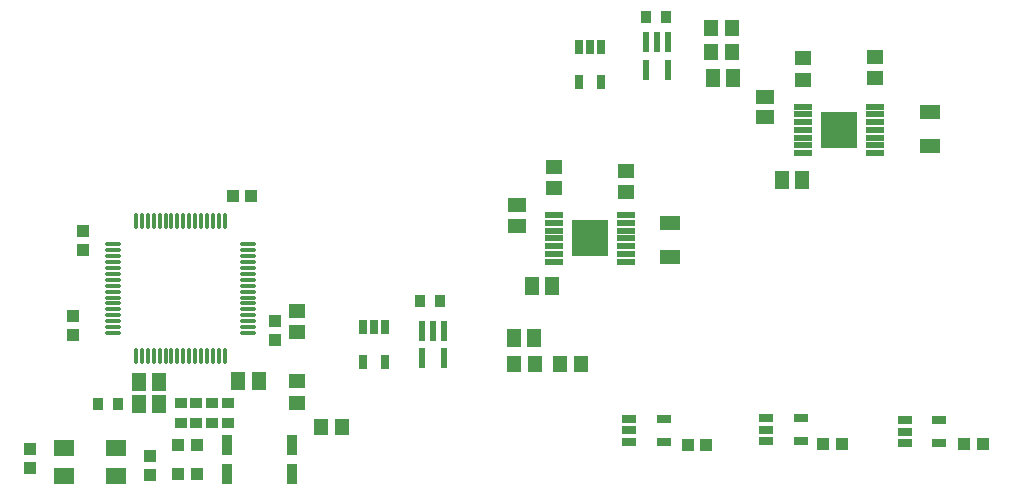
<source format=gbp>
G04*
G04 #@! TF.GenerationSoftware,Altium Limited,Altium Designer,19.0.15 (446)*
G04*
G04 Layer_Color=128*
%FSLAX44Y44*%
%MOMM*%
G71*
G01*
G75*
%ADD28R,1.0000X1.0000*%
%ADD35R,1.0000X1.0000*%
%ADD36R,1.3000X1.5000*%
%ADD37R,1.5000X1.3000*%
%ADD38R,1.4000X1.2000*%
%ADD39R,0.9000X1.0000*%
%ADD80O,1.4000X0.3000*%
%ADD81O,0.3000X1.4000*%
%ADD82R,0.8500X1.7000*%
%ADD83R,1.0000X0.9000*%
G04:AMPARAMS|DCode=84|XSize=3mm|YSize=3.1mm|CornerRadius=0.045mm|HoleSize=0mm|Usage=FLASHONLY|Rotation=0.000|XOffset=0mm|YOffset=0mm|HoleType=Round|Shape=RoundedRectangle|*
%AMROUNDEDRECTD84*
21,1,3.0000,3.0100,0,0,0.0*
21,1,2.9100,3.1000,0,0,0.0*
1,1,0.0900,1.4550,-1.5050*
1,1,0.0900,-1.4550,-1.5050*
1,1,0.0900,-1.4550,1.5050*
1,1,0.0900,1.4550,1.5050*
%
%ADD84ROUNDEDRECTD84*%
G04:AMPARAMS|DCode=85|XSize=0.45mm|YSize=1.6mm|CornerRadius=0.0495mm|HoleSize=0mm|Usage=FLASHONLY|Rotation=270.000|XOffset=0mm|YOffset=0mm|HoleType=Round|Shape=RoundedRectangle|*
%AMROUNDEDRECTD85*
21,1,0.4500,1.5010,0,0,270.0*
21,1,0.3510,1.6000,0,0,270.0*
1,1,0.0990,-0.7505,-0.1755*
1,1,0.0990,-0.7505,0.1755*
1,1,0.0990,0.7505,0.1755*
1,1,0.0990,0.7505,-0.1755*
%
%ADD85ROUNDEDRECTD85*%
%ADD86R,0.6096X1.7780*%
G04:AMPARAMS|DCode=87|XSize=0.65mm|YSize=1.2mm|CornerRadius=0.0488mm|HoleSize=0mm|Usage=FLASHONLY|Rotation=270.000|XOffset=0mm|YOffset=0mm|HoleType=Round|Shape=RoundedRectangle|*
%AMROUNDEDRECTD87*
21,1,0.6500,1.1025,0,0,270.0*
21,1,0.5525,1.2000,0,0,270.0*
1,1,0.0975,-0.5513,-0.2763*
1,1,0.0975,-0.5513,0.2763*
1,1,0.0975,0.5513,0.2763*
1,1,0.0975,0.5513,-0.2763*
%
%ADD87ROUNDEDRECTD87*%
%ADD88R,1.8000X1.4000*%
%ADD89R,1.8000X1.3000*%
%ADD90R,1.2000X1.4000*%
G04:AMPARAMS|DCode=91|XSize=0.65mm|YSize=1.2mm|CornerRadius=0.0488mm|HoleSize=0mm|Usage=FLASHONLY|Rotation=180.000|XOffset=0mm|YOffset=0mm|HoleType=Round|Shape=RoundedRectangle|*
%AMROUNDEDRECTD91*
21,1,0.6500,1.1025,0,0,180.0*
21,1,0.5525,1.2000,0,0,180.0*
1,1,0.0975,-0.2763,0.5513*
1,1,0.0975,0.2763,0.5513*
1,1,0.0975,0.2763,-0.5513*
1,1,0.0975,-0.2763,-0.5513*
%
%ADD91ROUNDEDRECTD91*%
D28*
X273250Y94250D02*
D03*
Y78250D02*
D03*
X171500Y84250D02*
D03*
Y100250D02*
D03*
X379000Y192368D02*
D03*
Y208368D02*
D03*
X216500Y284500D02*
D03*
Y268500D02*
D03*
X208000Y213000D02*
D03*
Y197000D02*
D03*
D35*
X297000Y104000D02*
D03*
X313000D02*
D03*
X297000Y79000D02*
D03*
X313000D02*
D03*
X728250Y104000D02*
D03*
X744250D02*
D03*
X843250Y104750D02*
D03*
X859250D02*
D03*
X962000Y104500D02*
D03*
X978000D02*
D03*
X359000Y314250D02*
D03*
X343000D02*
D03*
D36*
X596750Y238250D02*
D03*
X613750D02*
D03*
X766500Y414000D02*
D03*
X749500D02*
D03*
X598250Y194000D02*
D03*
X581250D02*
D03*
X365000Y158000D02*
D03*
X348000D02*
D03*
X281000Y138000D02*
D03*
X264000D02*
D03*
X280750Y156750D02*
D03*
X263750D02*
D03*
X808500Y328000D02*
D03*
X825500D02*
D03*
D37*
X794000Y381500D02*
D03*
Y398500D02*
D03*
X583500Y289500D02*
D03*
Y306500D02*
D03*
D38*
X826000Y431000D02*
D03*
Y413000D02*
D03*
X397250Y157500D02*
D03*
Y139500D02*
D03*
X887000Y432000D02*
D03*
Y414000D02*
D03*
X614750Y339000D02*
D03*
Y321000D02*
D03*
X676000Y335750D02*
D03*
Y317750D02*
D03*
X397250Y199250D02*
D03*
Y217250D02*
D03*
D39*
X693250Y466000D02*
D03*
X710250D02*
D03*
X502000Y226000D02*
D03*
X519000D02*
D03*
X229000Y138000D02*
D03*
X246000D02*
D03*
D80*
X355750Y198500D02*
D03*
Y203500D02*
D03*
Y208500D02*
D03*
Y213500D02*
D03*
Y218500D02*
D03*
Y223500D02*
D03*
Y228500D02*
D03*
Y233500D02*
D03*
Y238500D02*
D03*
Y243500D02*
D03*
Y248500D02*
D03*
Y253500D02*
D03*
Y258500D02*
D03*
Y263500D02*
D03*
Y268500D02*
D03*
Y273500D02*
D03*
X241750D02*
D03*
Y268500D02*
D03*
Y263500D02*
D03*
Y258500D02*
D03*
Y253500D02*
D03*
Y248500D02*
D03*
Y243500D02*
D03*
Y238500D02*
D03*
Y233500D02*
D03*
Y228500D02*
D03*
Y223500D02*
D03*
Y218500D02*
D03*
Y213500D02*
D03*
Y208500D02*
D03*
Y203500D02*
D03*
Y198500D02*
D03*
D81*
X336250Y293000D02*
D03*
X331250D02*
D03*
X326250D02*
D03*
X321250D02*
D03*
X316250D02*
D03*
X311250D02*
D03*
X306250D02*
D03*
X301250D02*
D03*
X296250D02*
D03*
X291250D02*
D03*
X286250D02*
D03*
X281250D02*
D03*
X276250D02*
D03*
X271250D02*
D03*
X266250D02*
D03*
X261250D02*
D03*
Y179000D02*
D03*
X266250D02*
D03*
X271250D02*
D03*
X276250D02*
D03*
X281250D02*
D03*
X286250D02*
D03*
X291250D02*
D03*
X296250D02*
D03*
X301250D02*
D03*
X306250D02*
D03*
X311250D02*
D03*
X316250D02*
D03*
X321250D02*
D03*
X326250D02*
D03*
X331250D02*
D03*
X336250D02*
D03*
D82*
X338250Y103500D02*
D03*
X393250D02*
D03*
X338250Y79000D02*
D03*
X393250D02*
D03*
D83*
X325500Y139250D02*
D03*
Y122250D02*
D03*
X312250D02*
D03*
Y139250D02*
D03*
X299000Y122250D02*
D03*
Y139250D02*
D03*
X339000Y139250D02*
D03*
Y122250D02*
D03*
D84*
X645250Y278500D02*
D03*
X856500Y370500D02*
D03*
D85*
X614750Y259000D02*
D03*
Y265500D02*
D03*
Y272000D02*
D03*
Y278500D02*
D03*
Y285000D02*
D03*
Y291500D02*
D03*
Y298000D02*
D03*
X675750Y259000D02*
D03*
Y265500D02*
D03*
Y272000D02*
D03*
Y278500D02*
D03*
Y285000D02*
D03*
Y291500D02*
D03*
Y298000D02*
D03*
X826000Y351000D02*
D03*
Y357500D02*
D03*
Y364000D02*
D03*
Y370500D02*
D03*
Y377000D02*
D03*
Y383500D02*
D03*
Y390000D02*
D03*
X887000Y351000D02*
D03*
Y357500D02*
D03*
Y364000D02*
D03*
Y370500D02*
D03*
Y377000D02*
D03*
Y383500D02*
D03*
Y390000D02*
D03*
D86*
X503000Y177000D02*
D03*
X522000D02*
D03*
Y200368D02*
D03*
X512500D02*
D03*
X503000D02*
D03*
X692750Y444934D02*
D03*
X702250D02*
D03*
X711750D02*
D03*
Y421566D02*
D03*
X692750D02*
D03*
D87*
X941500Y105500D02*
D03*
Y124500D02*
D03*
X912000D02*
D03*
Y115000D02*
D03*
Y105500D02*
D03*
X824500Y107250D02*
D03*
Y126250D02*
D03*
X795000D02*
D03*
Y116750D02*
D03*
Y107250D02*
D03*
X678750Y106500D02*
D03*
Y116000D02*
D03*
Y125500D02*
D03*
X708250D02*
D03*
Y106500D02*
D03*
D88*
X200250Y101500D02*
D03*
Y77500D02*
D03*
X244250Y101500D02*
D03*
Y77500D02*
D03*
D89*
X713750Y262500D02*
D03*
Y291500D02*
D03*
X933250Y356750D02*
D03*
Y385750D02*
D03*
D90*
X435500Y118750D02*
D03*
X417500D02*
D03*
X748250Y436000D02*
D03*
X766250D02*
D03*
X766250Y457000D02*
D03*
X748250D02*
D03*
X581000Y172000D02*
D03*
X599000D02*
D03*
X620000D02*
D03*
X638000D02*
D03*
D91*
X636000Y411000D02*
D03*
X655000D02*
D03*
Y440500D02*
D03*
X645500D02*
D03*
X636000D02*
D03*
X453000Y174000D02*
D03*
X472000D02*
D03*
Y203500D02*
D03*
X462500D02*
D03*
X453000D02*
D03*
M02*

</source>
